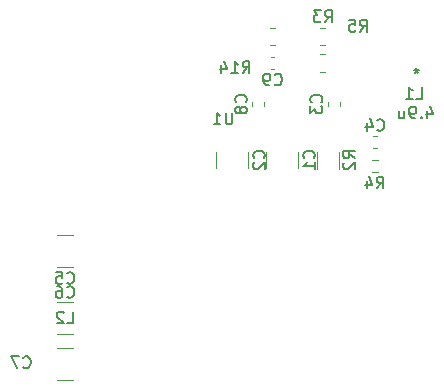
<source format=gbr>
%TF.GenerationSoftware,KiCad,Pcbnew,7.0.2-0*%
%TF.CreationDate,2023-05-05T21:51:11-04:00*%
%TF.ProjectId,Pi_HAT_V4,50695f48-4154-45f5-9634-2e6b69636164,rev?*%
%TF.SameCoordinates,Original*%
%TF.FileFunction,Legend,Bot*%
%TF.FilePolarity,Positive*%
%FSLAX46Y46*%
G04 Gerber Fmt 4.6, Leading zero omitted, Abs format (unit mm)*
G04 Created by KiCad (PCBNEW 7.0.2-0) date 2023-05-05 21:51:11*
%MOMM*%
%LPD*%
G01*
G04 APERTURE LIST*
%ADD10C,0.150000*%
%ADD11C,0.120000*%
G04 APERTURE END LIST*
D10*
%TO.C,L2*%
X113666666Y-99312619D02*
X114142856Y-99312619D01*
X114142856Y-99312619D02*
X114142856Y-98312619D01*
X113380951Y-98407857D02*
X113333332Y-98360238D01*
X113333332Y-98360238D02*
X113238094Y-98312619D01*
X113238094Y-98312619D02*
X112999999Y-98312619D01*
X112999999Y-98312619D02*
X112904761Y-98360238D01*
X112904761Y-98360238D02*
X112857142Y-98407857D01*
X112857142Y-98407857D02*
X112809523Y-98503095D01*
X112809523Y-98503095D02*
X112809523Y-98598333D01*
X112809523Y-98598333D02*
X112857142Y-98741190D01*
X112857142Y-98741190D02*
X113428570Y-99312619D01*
X113428570Y-99312619D02*
X112809523Y-99312619D01*
%TO.C,C7*%
X109966666Y-103017380D02*
X110014285Y-103065000D01*
X110014285Y-103065000D02*
X110157142Y-103112619D01*
X110157142Y-103112619D02*
X110252380Y-103112619D01*
X110252380Y-103112619D02*
X110395237Y-103065000D01*
X110395237Y-103065000D02*
X110490475Y-102969761D01*
X110490475Y-102969761D02*
X110538094Y-102874523D01*
X110538094Y-102874523D02*
X110585713Y-102684047D01*
X110585713Y-102684047D02*
X110585713Y-102541190D01*
X110585713Y-102541190D02*
X110538094Y-102350714D01*
X110538094Y-102350714D02*
X110490475Y-102255476D01*
X110490475Y-102255476D02*
X110395237Y-102160238D01*
X110395237Y-102160238D02*
X110252380Y-102112619D01*
X110252380Y-102112619D02*
X110157142Y-102112619D01*
X110157142Y-102112619D02*
X110014285Y-102160238D01*
X110014285Y-102160238D02*
X109966666Y-102207857D01*
X109633332Y-102112619D02*
X108966666Y-102112619D01*
X108966666Y-102112619D02*
X109395237Y-103112619D01*
%TO.C,C9*%
X131241666Y-79072380D02*
X131289285Y-79120000D01*
X131289285Y-79120000D02*
X131432142Y-79167619D01*
X131432142Y-79167619D02*
X131527380Y-79167619D01*
X131527380Y-79167619D02*
X131670237Y-79120000D01*
X131670237Y-79120000D02*
X131765475Y-79024761D01*
X131765475Y-79024761D02*
X131813094Y-78929523D01*
X131813094Y-78929523D02*
X131860713Y-78739047D01*
X131860713Y-78739047D02*
X131860713Y-78596190D01*
X131860713Y-78596190D02*
X131813094Y-78405714D01*
X131813094Y-78405714D02*
X131765475Y-78310476D01*
X131765475Y-78310476D02*
X131670237Y-78215238D01*
X131670237Y-78215238D02*
X131527380Y-78167619D01*
X131527380Y-78167619D02*
X131432142Y-78167619D01*
X131432142Y-78167619D02*
X131289285Y-78215238D01*
X131289285Y-78215238D02*
X131241666Y-78262857D01*
X130765475Y-79167619D02*
X130574999Y-79167619D01*
X130574999Y-79167619D02*
X130479761Y-79120000D01*
X130479761Y-79120000D02*
X130432142Y-79072380D01*
X130432142Y-79072380D02*
X130336904Y-78929523D01*
X130336904Y-78929523D02*
X130289285Y-78739047D01*
X130289285Y-78739047D02*
X130289285Y-78358095D01*
X130289285Y-78358095D02*
X130336904Y-78262857D01*
X130336904Y-78262857D02*
X130384523Y-78215238D01*
X130384523Y-78215238D02*
X130479761Y-78167619D01*
X130479761Y-78167619D02*
X130670237Y-78167619D01*
X130670237Y-78167619D02*
X130765475Y-78215238D01*
X130765475Y-78215238D02*
X130813094Y-78262857D01*
X130813094Y-78262857D02*
X130860713Y-78358095D01*
X130860713Y-78358095D02*
X130860713Y-78596190D01*
X130860713Y-78596190D02*
X130813094Y-78691428D01*
X130813094Y-78691428D02*
X130765475Y-78739047D01*
X130765475Y-78739047D02*
X130670237Y-78786666D01*
X130670237Y-78786666D02*
X130479761Y-78786666D01*
X130479761Y-78786666D02*
X130384523Y-78739047D01*
X130384523Y-78739047D02*
X130336904Y-78691428D01*
X130336904Y-78691428D02*
X130289285Y-78596190D01*
%TO.C,C3*%
X135187380Y-80583333D02*
X135235000Y-80535714D01*
X135235000Y-80535714D02*
X135282619Y-80392857D01*
X135282619Y-80392857D02*
X135282619Y-80297619D01*
X135282619Y-80297619D02*
X135235000Y-80154762D01*
X135235000Y-80154762D02*
X135139761Y-80059524D01*
X135139761Y-80059524D02*
X135044523Y-80011905D01*
X135044523Y-80011905D02*
X134854047Y-79964286D01*
X134854047Y-79964286D02*
X134711190Y-79964286D01*
X134711190Y-79964286D02*
X134520714Y-80011905D01*
X134520714Y-80011905D02*
X134425476Y-80059524D01*
X134425476Y-80059524D02*
X134330238Y-80154762D01*
X134330238Y-80154762D02*
X134282619Y-80297619D01*
X134282619Y-80297619D02*
X134282619Y-80392857D01*
X134282619Y-80392857D02*
X134330238Y-80535714D01*
X134330238Y-80535714D02*
X134377857Y-80583333D01*
X134282619Y-80916667D02*
X134282619Y-81535714D01*
X134282619Y-81535714D02*
X134663571Y-81202381D01*
X134663571Y-81202381D02*
X134663571Y-81345238D01*
X134663571Y-81345238D02*
X134711190Y-81440476D01*
X134711190Y-81440476D02*
X134758809Y-81488095D01*
X134758809Y-81488095D02*
X134854047Y-81535714D01*
X134854047Y-81535714D02*
X135092142Y-81535714D01*
X135092142Y-81535714D02*
X135187380Y-81488095D01*
X135187380Y-81488095D02*
X135235000Y-81440476D01*
X135235000Y-81440476D02*
X135282619Y-81345238D01*
X135282619Y-81345238D02*
X135282619Y-81059524D01*
X135282619Y-81059524D02*
X135235000Y-80964286D01*
X135235000Y-80964286D02*
X135187380Y-80916667D01*
%TO.C,C6*%
X113666666Y-97067380D02*
X113714285Y-97115000D01*
X113714285Y-97115000D02*
X113857142Y-97162619D01*
X113857142Y-97162619D02*
X113952380Y-97162619D01*
X113952380Y-97162619D02*
X114095237Y-97115000D01*
X114095237Y-97115000D02*
X114190475Y-97019761D01*
X114190475Y-97019761D02*
X114238094Y-96924523D01*
X114238094Y-96924523D02*
X114285713Y-96734047D01*
X114285713Y-96734047D02*
X114285713Y-96591190D01*
X114285713Y-96591190D02*
X114238094Y-96400714D01*
X114238094Y-96400714D02*
X114190475Y-96305476D01*
X114190475Y-96305476D02*
X114095237Y-96210238D01*
X114095237Y-96210238D02*
X113952380Y-96162619D01*
X113952380Y-96162619D02*
X113857142Y-96162619D01*
X113857142Y-96162619D02*
X113714285Y-96210238D01*
X113714285Y-96210238D02*
X113666666Y-96257857D01*
X112809523Y-96162619D02*
X112999999Y-96162619D01*
X112999999Y-96162619D02*
X113095237Y-96210238D01*
X113095237Y-96210238D02*
X113142856Y-96257857D01*
X113142856Y-96257857D02*
X113238094Y-96400714D01*
X113238094Y-96400714D02*
X113285713Y-96591190D01*
X113285713Y-96591190D02*
X113285713Y-96972142D01*
X113285713Y-96972142D02*
X113238094Y-97067380D01*
X113238094Y-97067380D02*
X113190475Y-97115000D01*
X113190475Y-97115000D02*
X113095237Y-97162619D01*
X113095237Y-97162619D02*
X112904761Y-97162619D01*
X112904761Y-97162619D02*
X112809523Y-97115000D01*
X112809523Y-97115000D02*
X112761904Y-97067380D01*
X112761904Y-97067380D02*
X112714285Y-96972142D01*
X112714285Y-96972142D02*
X112714285Y-96734047D01*
X112714285Y-96734047D02*
X112761904Y-96638809D01*
X112761904Y-96638809D02*
X112809523Y-96591190D01*
X112809523Y-96591190D02*
X112904761Y-96543571D01*
X112904761Y-96543571D02*
X113095237Y-96543571D01*
X113095237Y-96543571D02*
X113190475Y-96591190D01*
X113190475Y-96591190D02*
X113238094Y-96638809D01*
X113238094Y-96638809D02*
X113285713Y-96734047D01*
%TO.C,C1*%
X134567380Y-85308333D02*
X134615000Y-85260714D01*
X134615000Y-85260714D02*
X134662619Y-85117857D01*
X134662619Y-85117857D02*
X134662619Y-85022619D01*
X134662619Y-85022619D02*
X134615000Y-84879762D01*
X134615000Y-84879762D02*
X134519761Y-84784524D01*
X134519761Y-84784524D02*
X134424523Y-84736905D01*
X134424523Y-84736905D02*
X134234047Y-84689286D01*
X134234047Y-84689286D02*
X134091190Y-84689286D01*
X134091190Y-84689286D02*
X133900714Y-84736905D01*
X133900714Y-84736905D02*
X133805476Y-84784524D01*
X133805476Y-84784524D02*
X133710238Y-84879762D01*
X133710238Y-84879762D02*
X133662619Y-85022619D01*
X133662619Y-85022619D02*
X133662619Y-85117857D01*
X133662619Y-85117857D02*
X133710238Y-85260714D01*
X133710238Y-85260714D02*
X133757857Y-85308333D01*
X134662619Y-86260714D02*
X134662619Y-85689286D01*
X134662619Y-85975000D02*
X133662619Y-85975000D01*
X133662619Y-85975000D02*
X133805476Y-85879762D01*
X133805476Y-85879762D02*
X133900714Y-85784524D01*
X133900714Y-85784524D02*
X133948333Y-85689286D01*
%TO.C,C2*%
X130317380Y-85308333D02*
X130365000Y-85260714D01*
X130365000Y-85260714D02*
X130412619Y-85117857D01*
X130412619Y-85117857D02*
X130412619Y-85022619D01*
X130412619Y-85022619D02*
X130365000Y-84879762D01*
X130365000Y-84879762D02*
X130269761Y-84784524D01*
X130269761Y-84784524D02*
X130174523Y-84736905D01*
X130174523Y-84736905D02*
X129984047Y-84689286D01*
X129984047Y-84689286D02*
X129841190Y-84689286D01*
X129841190Y-84689286D02*
X129650714Y-84736905D01*
X129650714Y-84736905D02*
X129555476Y-84784524D01*
X129555476Y-84784524D02*
X129460238Y-84879762D01*
X129460238Y-84879762D02*
X129412619Y-85022619D01*
X129412619Y-85022619D02*
X129412619Y-85117857D01*
X129412619Y-85117857D02*
X129460238Y-85260714D01*
X129460238Y-85260714D02*
X129507857Y-85308333D01*
X129507857Y-85689286D02*
X129460238Y-85736905D01*
X129460238Y-85736905D02*
X129412619Y-85832143D01*
X129412619Y-85832143D02*
X129412619Y-86070238D01*
X129412619Y-86070238D02*
X129460238Y-86165476D01*
X129460238Y-86165476D02*
X129507857Y-86213095D01*
X129507857Y-86213095D02*
X129603095Y-86260714D01*
X129603095Y-86260714D02*
X129698333Y-86260714D01*
X129698333Y-86260714D02*
X129841190Y-86213095D01*
X129841190Y-86213095D02*
X130412619Y-85641667D01*
X130412619Y-85641667D02*
X130412619Y-86260714D01*
%TO.C,R2*%
X138032619Y-85333333D02*
X137556428Y-85000000D01*
X138032619Y-84761905D02*
X137032619Y-84761905D01*
X137032619Y-84761905D02*
X137032619Y-85142857D01*
X137032619Y-85142857D02*
X137080238Y-85238095D01*
X137080238Y-85238095D02*
X137127857Y-85285714D01*
X137127857Y-85285714D02*
X137223095Y-85333333D01*
X137223095Y-85333333D02*
X137365952Y-85333333D01*
X137365952Y-85333333D02*
X137461190Y-85285714D01*
X137461190Y-85285714D02*
X137508809Y-85238095D01*
X137508809Y-85238095D02*
X137556428Y-85142857D01*
X137556428Y-85142857D02*
X137556428Y-84761905D01*
X137127857Y-85714286D02*
X137080238Y-85761905D01*
X137080238Y-85761905D02*
X137032619Y-85857143D01*
X137032619Y-85857143D02*
X137032619Y-86095238D01*
X137032619Y-86095238D02*
X137080238Y-86190476D01*
X137080238Y-86190476D02*
X137127857Y-86238095D01*
X137127857Y-86238095D02*
X137223095Y-86285714D01*
X137223095Y-86285714D02*
X137318333Y-86285714D01*
X137318333Y-86285714D02*
X137461190Y-86238095D01*
X137461190Y-86238095D02*
X138032619Y-85666667D01*
X138032619Y-85666667D02*
X138032619Y-86285714D01*
%TO.C,C4*%
X139916666Y-82912380D02*
X139964285Y-82960000D01*
X139964285Y-82960000D02*
X140107142Y-83007619D01*
X140107142Y-83007619D02*
X140202380Y-83007619D01*
X140202380Y-83007619D02*
X140345237Y-82960000D01*
X140345237Y-82960000D02*
X140440475Y-82864761D01*
X140440475Y-82864761D02*
X140488094Y-82769523D01*
X140488094Y-82769523D02*
X140535713Y-82579047D01*
X140535713Y-82579047D02*
X140535713Y-82436190D01*
X140535713Y-82436190D02*
X140488094Y-82245714D01*
X140488094Y-82245714D02*
X140440475Y-82150476D01*
X140440475Y-82150476D02*
X140345237Y-82055238D01*
X140345237Y-82055238D02*
X140202380Y-82007619D01*
X140202380Y-82007619D02*
X140107142Y-82007619D01*
X140107142Y-82007619D02*
X139964285Y-82055238D01*
X139964285Y-82055238D02*
X139916666Y-82102857D01*
X139059523Y-82340952D02*
X139059523Y-83007619D01*
X139297618Y-81960000D02*
X139535713Y-82674285D01*
X139535713Y-82674285D02*
X138916666Y-82674285D01*
%TO.C,R5*%
X138466666Y-74612619D02*
X138799999Y-74136428D01*
X139038094Y-74612619D02*
X139038094Y-73612619D01*
X139038094Y-73612619D02*
X138657142Y-73612619D01*
X138657142Y-73612619D02*
X138561904Y-73660238D01*
X138561904Y-73660238D02*
X138514285Y-73707857D01*
X138514285Y-73707857D02*
X138466666Y-73803095D01*
X138466666Y-73803095D02*
X138466666Y-73945952D01*
X138466666Y-73945952D02*
X138514285Y-74041190D01*
X138514285Y-74041190D02*
X138561904Y-74088809D01*
X138561904Y-74088809D02*
X138657142Y-74136428D01*
X138657142Y-74136428D02*
X139038094Y-74136428D01*
X137561904Y-73612619D02*
X138038094Y-73612619D01*
X138038094Y-73612619D02*
X138085713Y-74088809D01*
X138085713Y-74088809D02*
X138038094Y-74041190D01*
X138038094Y-74041190D02*
X137942856Y-73993571D01*
X137942856Y-73993571D02*
X137704761Y-73993571D01*
X137704761Y-73993571D02*
X137609523Y-74041190D01*
X137609523Y-74041190D02*
X137561904Y-74088809D01*
X137561904Y-74088809D02*
X137514285Y-74184047D01*
X137514285Y-74184047D02*
X137514285Y-74422142D01*
X137514285Y-74422142D02*
X137561904Y-74517380D01*
X137561904Y-74517380D02*
X137609523Y-74565000D01*
X137609523Y-74565000D02*
X137704761Y-74612619D01*
X137704761Y-74612619D02*
X137942856Y-74612619D01*
X137942856Y-74612619D02*
X138038094Y-74565000D01*
X138038094Y-74565000D02*
X138085713Y-74517380D01*
%TO.C,L1*%
X143216666Y-80312619D02*
X143692856Y-80312619D01*
X143692856Y-80312619D02*
X143692856Y-79312619D01*
X142359523Y-80312619D02*
X142930951Y-80312619D01*
X142645237Y-80312619D02*
X142645237Y-79312619D01*
X142645237Y-79312619D02*
X142740475Y-79455476D01*
X142740475Y-79455476D02*
X142835713Y-79550714D01*
X142835713Y-79550714D02*
X142930951Y-79598333D01*
X144176190Y-81295952D02*
X144176190Y-81962619D01*
X144414285Y-80915000D02*
X144652380Y-81629285D01*
X144652380Y-81629285D02*
X144033333Y-81629285D01*
X143652380Y-81867380D02*
X143604761Y-81915000D01*
X143604761Y-81915000D02*
X143652380Y-81962619D01*
X143652380Y-81962619D02*
X143699999Y-81915000D01*
X143699999Y-81915000D02*
X143652380Y-81867380D01*
X143652380Y-81867380D02*
X143652380Y-81962619D01*
X143128571Y-81962619D02*
X142938095Y-81962619D01*
X142938095Y-81962619D02*
X142842857Y-81915000D01*
X142842857Y-81915000D02*
X142795238Y-81867380D01*
X142795238Y-81867380D02*
X142700000Y-81724523D01*
X142700000Y-81724523D02*
X142652381Y-81534047D01*
X142652381Y-81534047D02*
X142652381Y-81153095D01*
X142652381Y-81153095D02*
X142700000Y-81057857D01*
X142700000Y-81057857D02*
X142747619Y-81010238D01*
X142747619Y-81010238D02*
X142842857Y-80962619D01*
X142842857Y-80962619D02*
X143033333Y-80962619D01*
X143033333Y-80962619D02*
X143128571Y-81010238D01*
X143128571Y-81010238D02*
X143176190Y-81057857D01*
X143176190Y-81057857D02*
X143223809Y-81153095D01*
X143223809Y-81153095D02*
X143223809Y-81391190D01*
X143223809Y-81391190D02*
X143176190Y-81486428D01*
X143176190Y-81486428D02*
X143128571Y-81534047D01*
X143128571Y-81534047D02*
X143033333Y-81581666D01*
X143033333Y-81581666D02*
X142842857Y-81581666D01*
X142842857Y-81581666D02*
X142747619Y-81534047D01*
X142747619Y-81534047D02*
X142700000Y-81486428D01*
X142700000Y-81486428D02*
X142652381Y-81391190D01*
X141795238Y-81295952D02*
X141795238Y-81962619D01*
X142223809Y-81295952D02*
X142223809Y-81819761D01*
X142223809Y-81819761D02*
X142176190Y-81915000D01*
X142176190Y-81915000D02*
X142080952Y-81962619D01*
X142080952Y-81962619D02*
X141938095Y-81962619D01*
X141938095Y-81962619D02*
X141842857Y-81915000D01*
X141842857Y-81915000D02*
X141795238Y-81867380D01*
X143249999Y-77712619D02*
X143249999Y-77950714D01*
X143488094Y-77855476D02*
X143249999Y-77950714D01*
X143249999Y-77950714D02*
X143011904Y-77855476D01*
X143392856Y-78141190D02*
X143249999Y-77950714D01*
X143249999Y-77950714D02*
X143107142Y-78141190D01*
%TO.C,R14*%
X128542857Y-78112619D02*
X128876190Y-77636428D01*
X129114285Y-78112619D02*
X129114285Y-77112619D01*
X129114285Y-77112619D02*
X128733333Y-77112619D01*
X128733333Y-77112619D02*
X128638095Y-77160238D01*
X128638095Y-77160238D02*
X128590476Y-77207857D01*
X128590476Y-77207857D02*
X128542857Y-77303095D01*
X128542857Y-77303095D02*
X128542857Y-77445952D01*
X128542857Y-77445952D02*
X128590476Y-77541190D01*
X128590476Y-77541190D02*
X128638095Y-77588809D01*
X128638095Y-77588809D02*
X128733333Y-77636428D01*
X128733333Y-77636428D02*
X129114285Y-77636428D01*
X127590476Y-78112619D02*
X128161904Y-78112619D01*
X127876190Y-78112619D02*
X127876190Y-77112619D01*
X127876190Y-77112619D02*
X127971428Y-77255476D01*
X127971428Y-77255476D02*
X128066666Y-77350714D01*
X128066666Y-77350714D02*
X128161904Y-77398333D01*
X126733333Y-77445952D02*
X126733333Y-78112619D01*
X126971428Y-77065000D02*
X127209523Y-77779285D01*
X127209523Y-77779285D02*
X126590476Y-77779285D01*
%TO.C,U1*%
X127661904Y-81462619D02*
X127661904Y-82272142D01*
X127661904Y-82272142D02*
X127614285Y-82367380D01*
X127614285Y-82367380D02*
X127566666Y-82415000D01*
X127566666Y-82415000D02*
X127471428Y-82462619D01*
X127471428Y-82462619D02*
X127280952Y-82462619D01*
X127280952Y-82462619D02*
X127185714Y-82415000D01*
X127185714Y-82415000D02*
X127138095Y-82367380D01*
X127138095Y-82367380D02*
X127090476Y-82272142D01*
X127090476Y-82272142D02*
X127090476Y-81462619D01*
X126090476Y-82462619D02*
X126661904Y-82462619D01*
X126376190Y-82462619D02*
X126376190Y-81462619D01*
X126376190Y-81462619D02*
X126471428Y-81605476D01*
X126471428Y-81605476D02*
X126566666Y-81700714D01*
X126566666Y-81700714D02*
X126661904Y-81748333D01*
%TO.C,C8*%
X128812380Y-80583333D02*
X128860000Y-80535714D01*
X128860000Y-80535714D02*
X128907619Y-80392857D01*
X128907619Y-80392857D02*
X128907619Y-80297619D01*
X128907619Y-80297619D02*
X128860000Y-80154762D01*
X128860000Y-80154762D02*
X128764761Y-80059524D01*
X128764761Y-80059524D02*
X128669523Y-80011905D01*
X128669523Y-80011905D02*
X128479047Y-79964286D01*
X128479047Y-79964286D02*
X128336190Y-79964286D01*
X128336190Y-79964286D02*
X128145714Y-80011905D01*
X128145714Y-80011905D02*
X128050476Y-80059524D01*
X128050476Y-80059524D02*
X127955238Y-80154762D01*
X127955238Y-80154762D02*
X127907619Y-80297619D01*
X127907619Y-80297619D02*
X127907619Y-80392857D01*
X127907619Y-80392857D02*
X127955238Y-80535714D01*
X127955238Y-80535714D02*
X128002857Y-80583333D01*
X128336190Y-81154762D02*
X128288571Y-81059524D01*
X128288571Y-81059524D02*
X128240952Y-81011905D01*
X128240952Y-81011905D02*
X128145714Y-80964286D01*
X128145714Y-80964286D02*
X128098095Y-80964286D01*
X128098095Y-80964286D02*
X128002857Y-81011905D01*
X128002857Y-81011905D02*
X127955238Y-81059524D01*
X127955238Y-81059524D02*
X127907619Y-81154762D01*
X127907619Y-81154762D02*
X127907619Y-81345238D01*
X127907619Y-81345238D02*
X127955238Y-81440476D01*
X127955238Y-81440476D02*
X128002857Y-81488095D01*
X128002857Y-81488095D02*
X128098095Y-81535714D01*
X128098095Y-81535714D02*
X128145714Y-81535714D01*
X128145714Y-81535714D02*
X128240952Y-81488095D01*
X128240952Y-81488095D02*
X128288571Y-81440476D01*
X128288571Y-81440476D02*
X128336190Y-81345238D01*
X128336190Y-81345238D02*
X128336190Y-81154762D01*
X128336190Y-81154762D02*
X128383809Y-81059524D01*
X128383809Y-81059524D02*
X128431428Y-81011905D01*
X128431428Y-81011905D02*
X128526666Y-80964286D01*
X128526666Y-80964286D02*
X128717142Y-80964286D01*
X128717142Y-80964286D02*
X128812380Y-81011905D01*
X128812380Y-81011905D02*
X128860000Y-81059524D01*
X128860000Y-81059524D02*
X128907619Y-81154762D01*
X128907619Y-81154762D02*
X128907619Y-81345238D01*
X128907619Y-81345238D02*
X128860000Y-81440476D01*
X128860000Y-81440476D02*
X128812380Y-81488095D01*
X128812380Y-81488095D02*
X128717142Y-81535714D01*
X128717142Y-81535714D02*
X128526666Y-81535714D01*
X128526666Y-81535714D02*
X128431428Y-81488095D01*
X128431428Y-81488095D02*
X128383809Y-81440476D01*
X128383809Y-81440476D02*
X128336190Y-81345238D01*
%TO.C,R4*%
X139891666Y-87892619D02*
X140224999Y-87416428D01*
X140463094Y-87892619D02*
X140463094Y-86892619D01*
X140463094Y-86892619D02*
X140082142Y-86892619D01*
X140082142Y-86892619D02*
X139986904Y-86940238D01*
X139986904Y-86940238D02*
X139939285Y-86987857D01*
X139939285Y-86987857D02*
X139891666Y-87083095D01*
X139891666Y-87083095D02*
X139891666Y-87225952D01*
X139891666Y-87225952D02*
X139939285Y-87321190D01*
X139939285Y-87321190D02*
X139986904Y-87368809D01*
X139986904Y-87368809D02*
X140082142Y-87416428D01*
X140082142Y-87416428D02*
X140463094Y-87416428D01*
X139034523Y-87225952D02*
X139034523Y-87892619D01*
X139272618Y-86845000D02*
X139510713Y-87559285D01*
X139510713Y-87559285D02*
X138891666Y-87559285D01*
%TO.C,C5*%
X113666666Y-95867380D02*
X113714285Y-95915000D01*
X113714285Y-95915000D02*
X113857142Y-95962619D01*
X113857142Y-95962619D02*
X113952380Y-95962619D01*
X113952380Y-95962619D02*
X114095237Y-95915000D01*
X114095237Y-95915000D02*
X114190475Y-95819761D01*
X114190475Y-95819761D02*
X114238094Y-95724523D01*
X114238094Y-95724523D02*
X114285713Y-95534047D01*
X114285713Y-95534047D02*
X114285713Y-95391190D01*
X114285713Y-95391190D02*
X114238094Y-95200714D01*
X114238094Y-95200714D02*
X114190475Y-95105476D01*
X114190475Y-95105476D02*
X114095237Y-95010238D01*
X114095237Y-95010238D02*
X113952380Y-94962619D01*
X113952380Y-94962619D02*
X113857142Y-94962619D01*
X113857142Y-94962619D02*
X113714285Y-95010238D01*
X113714285Y-95010238D02*
X113666666Y-95057857D01*
X112761904Y-94962619D02*
X113238094Y-94962619D01*
X113238094Y-94962619D02*
X113285713Y-95438809D01*
X113285713Y-95438809D02*
X113238094Y-95391190D01*
X113238094Y-95391190D02*
X113142856Y-95343571D01*
X113142856Y-95343571D02*
X112904761Y-95343571D01*
X112904761Y-95343571D02*
X112809523Y-95391190D01*
X112809523Y-95391190D02*
X112761904Y-95438809D01*
X112761904Y-95438809D02*
X112714285Y-95534047D01*
X112714285Y-95534047D02*
X112714285Y-95772142D01*
X112714285Y-95772142D02*
X112761904Y-95867380D01*
X112761904Y-95867380D02*
X112809523Y-95915000D01*
X112809523Y-95915000D02*
X112904761Y-95962619D01*
X112904761Y-95962619D02*
X113142856Y-95962619D01*
X113142856Y-95962619D02*
X113238094Y-95915000D01*
X113238094Y-95915000D02*
X113285713Y-95867380D01*
%TO.C,R3*%
X135491666Y-73812619D02*
X135824999Y-73336428D01*
X136063094Y-73812619D02*
X136063094Y-72812619D01*
X136063094Y-72812619D02*
X135682142Y-72812619D01*
X135682142Y-72812619D02*
X135586904Y-72860238D01*
X135586904Y-72860238D02*
X135539285Y-72907857D01*
X135539285Y-72907857D02*
X135491666Y-73003095D01*
X135491666Y-73003095D02*
X135491666Y-73145952D01*
X135491666Y-73145952D02*
X135539285Y-73241190D01*
X135539285Y-73241190D02*
X135586904Y-73288809D01*
X135586904Y-73288809D02*
X135682142Y-73336428D01*
X135682142Y-73336428D02*
X136063094Y-73336428D01*
X135158332Y-72812619D02*
X134539285Y-72812619D01*
X134539285Y-72812619D02*
X134872618Y-73193571D01*
X134872618Y-73193571D02*
X134729761Y-73193571D01*
X134729761Y-73193571D02*
X134634523Y-73241190D01*
X134634523Y-73241190D02*
X134586904Y-73288809D01*
X134586904Y-73288809D02*
X134539285Y-73384047D01*
X134539285Y-73384047D02*
X134539285Y-73622142D01*
X134539285Y-73622142D02*
X134586904Y-73717380D01*
X134586904Y-73717380D02*
X134634523Y-73765000D01*
X134634523Y-73765000D02*
X134729761Y-73812619D01*
X134729761Y-73812619D02*
X135015475Y-73812619D01*
X135015475Y-73812619D02*
X135110713Y-73765000D01*
X135110713Y-73765000D02*
X135158332Y-73717380D01*
D11*
%TO.C,C7*%
X114211252Y-104110000D02*
X112788748Y-104110000D01*
X114211252Y-101390000D02*
X112788748Y-101390000D01*
%TO.C,C9*%
X130928733Y-76765000D02*
X131221267Y-76765000D01*
X130928733Y-77785000D02*
X131221267Y-77785000D01*
%TO.C,C3*%
X136760000Y-80603733D02*
X136760000Y-80896267D01*
X135740000Y-80603733D02*
X135740000Y-80896267D01*
%TO.C,C6*%
X114211252Y-100210000D02*
X112788748Y-100210000D01*
X114211252Y-97490000D02*
X112788748Y-97490000D01*
%TO.C,C1*%
X130540000Y-86186252D02*
X130540000Y-84763748D01*
X133260000Y-86186252D02*
X133260000Y-84763748D01*
%TO.C,C2*%
X126290000Y-86186252D02*
X126290000Y-84763748D01*
X129010000Y-86186252D02*
X129010000Y-84763748D01*
%TO.C,R2*%
X134840000Y-86227064D02*
X134840000Y-84772936D01*
X136660000Y-86227064D02*
X136660000Y-84772936D01*
%TO.C,C4*%
X139896267Y-84485000D02*
X139603733Y-84485000D01*
X139896267Y-83465000D02*
X139603733Y-83465000D01*
%TO.C,R5*%
X135527064Y-78010000D02*
X135072936Y-78010000D01*
X135527064Y-76540000D02*
X135072936Y-76540000D01*
%TO.C,R14*%
X130822936Y-74265000D02*
X131277064Y-74265000D01*
X130822936Y-75735000D02*
X131277064Y-75735000D01*
%TO.C,C8*%
X130385000Y-80603733D02*
X130385000Y-80896267D01*
X129365000Y-80603733D02*
X129365000Y-80896267D01*
%TO.C,R4*%
X139470276Y-85477500D02*
X139979724Y-85477500D01*
X139470276Y-86522500D02*
X139979724Y-86522500D01*
%TO.C,C5*%
X112788748Y-91840000D02*
X114211252Y-91840000D01*
X112788748Y-94560000D02*
X114211252Y-94560000D01*
%TO.C,R3*%
X135552064Y-75735000D02*
X135097936Y-75735000D01*
X135552064Y-74265000D02*
X135097936Y-74265000D01*
%TD*%
M02*

</source>
